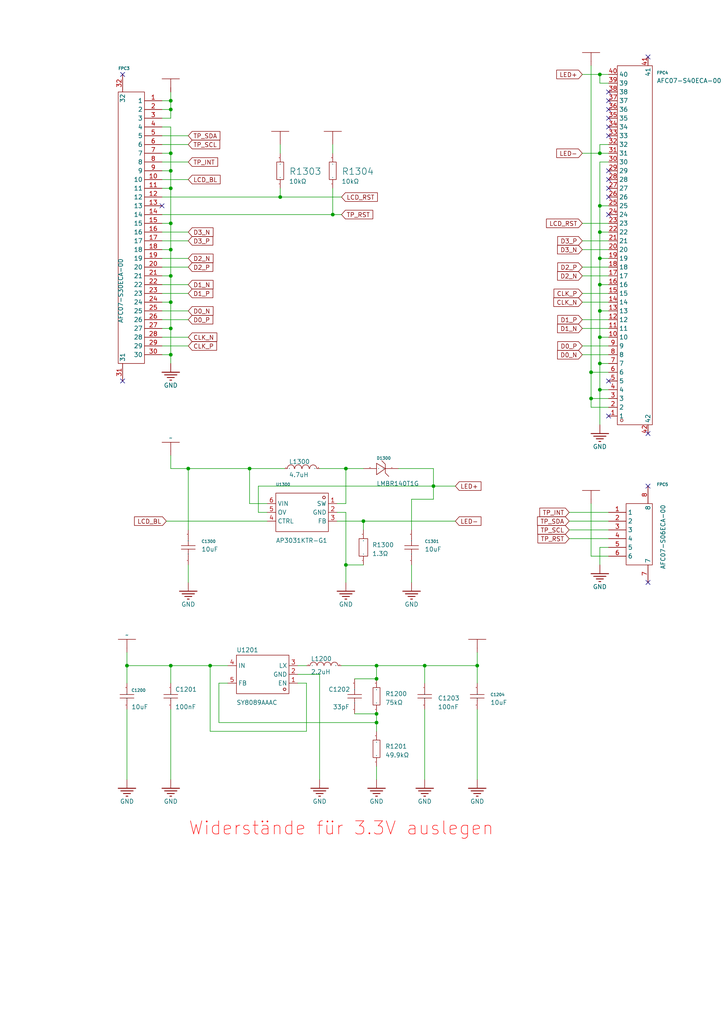
<source format=kicad_sch>
(kicad_sch (version 20250114) (generator "eeschema") (generator_version "9.0")
  (paper "A4" portrait)
  (lib_symbols
    (symbol "mipi_dsi_adapter:0402B104K250NT"
      (property "Reference" "C" (at 0 0 0))
      (symbol "0402B104K250NT_1_0"
        (polyline (pts (xy -1.27 0) (xy -0.508 0)))
        (polyline (pts (xy -0.508 2.032) (xy -0.508 -2.032)))
        (polyline (pts (xy 0.508 2.032) (xy 0.508 -2.032)))
        (polyline (pts (xy 0.508 0) (xy 1.27 0)))
        (pin input line (at -3.81 0 0) (length 2.54) (name "1") (number "1"))
        (pin input line (at 3.81 0 180) (length 2.54) (name "2") (number "2"))
      )
    )
    (symbol "mipi_dsi_adapter:0402WGF4992TCE"
      (property "Reference" "R" (at 0 0 0))
      (symbol "0402WGF4992TCE_1_0"
        (rectangle (start -2.54 -1.016) (end 2.54 1.016))
        (pin input line (at -5.08 0 0) (length 2.54) (name "1") (number "1"))
        (pin input line (at 5.08 0 180) (length 2.54) (name "2") (number "2"))
      )
    )
    (symbol "mipi_dsi_adapter:0402WGF7502TCE"
      (property "Reference" "R" (at 0 0 0))
      (symbol "0402WGF7502TCE_1_0"
        (rectangle (start -2.54 -1.016) (end 2.54 1.016))
        (pin input line (at -5.08 0 0) (length 2.54) (name "1") (number "1"))
        (pin input line (at 5.08 0 180) (length 2.54) (name "2") (number "2"))
      )
    )
    (symbol "mipi_dsi_adapter:0603CG330J500NT"
      (property "Reference" "C" (at 0 0 0))
      (symbol "0603CG330J500NT_1_0"
        (polyline (pts (xy -0.508 0) (xy -2.54 0)))
        (polyline (pts (xy -0.508 -2.032) (xy -0.508 2.032)))
        (polyline (pts (xy 0.508 2.032) (xy 0.508 -2.032)))
        (polyline (pts (xy 2.54 0) (xy 0.508 0)))
        (pin unspecified line (at -5.08 0 0) (length 2.54) (name "1") (number "1"))
        (pin unspecified line (at 5.08 0 180) (length 2.54) (name "2") (number "2"))
      )
    )
    (symbol "mipi_dsi_adapter:0603WAF1002T5E"
      (symbol "0603WAF1002T5E_1_0"
        (rectangle (start -2.54 -1.016) (end 2.54 1.016))
        (pin input line (at -5.08 0 0) (length 2.54) (name "1") (number "1"))
        (pin input line (at 5.08 0 180) (length 2.54) (name "2") (number "2"))
      )
    )
    (symbol "mipi_dsi_adapter:AFC07-S06ECA-00"
      (property "Reference" "FPC" (at 0 0 0))
      (symbol "AFC07-S06ECA-00_1_0"
        (rectangle (start -1.27 -8.89) (end 6.35 8.89))
        (pin input line (at -6.35 6.35 0) (length 5.08) (name "1") (number "1"))
        (pin input line (at -6.35 3.81 0) (length 5.08) (name "2") (number "2"))
        (pin input line (at -6.35 1.27 0) (length 5.08) (name "3") (number "3"))
        (pin input line (at -6.35 -1.27 0) (length 5.08) (name "4") (number "4"))
        (pin input line (at -6.35 -3.81 0) (length 5.08) (name "5") (number "5"))
        (pin input line (at -6.35 -6.35 0) (length 5.08) (name "6") (number "6"))
        (pin input line (at 5.08 13.97 270) (length 5.08) (name "8") (number "8"))
        (pin input line (at 5.08 -13.97 90) (length 5.08) (name "7") (number "7"))
      )
    )
    (symbol "mipi_dsi_adapter:AFC07-S30ECA-00"
      (property "Reference" "FPC" (at 0 0 0))
      (symbol "AFC07-S30ECA-00_1_0"
        (rectangle (start -1.27 -39.37) (end 6.35 39.37))
        (pin input line (at -6.35 36.83 0) (length 5.08) (name "1") (number "1"))
        (pin input line (at -6.35 34.29 0) (length 5.08) (name "2") (number "2"))
        (pin input line (at -6.35 31.75 0) (length 5.08) (name "3") (number "3"))
        (pin input line (at -6.35 29.21 0) (length 5.08) (name "4") (number "4"))
        (pin input line (at -6.35 26.67 0) (length 5.08) (name "5") (number "5"))
        (pin input line (at -6.35 24.13 0) (length 5.08) (name "6") (number "6"))
        (pin input line (at -6.35 21.59 0) (length 5.08) (name "7") (number "7"))
        (pin input line (at -6.35 19.05 0) (length 5.08) (name "8") (number "8"))
        (pin input line (at -6.35 16.51 0) (length 5.08) (name "9") (number "9"))
        (pin input line (at -6.35 13.97 0) (length 5.08) (name "10") (number "10"))
        (pin input line (at -6.35 11.43 0) (length 5.08) (name "11") (number "11"))
        (pin input line (at -6.35 8.89 0) (length 5.08) (name "12") (number "12"))
        (pin input line (at -6.35 6.35 0) (length 5.08) (name "13") (number "13"))
        (pin input line (at -6.35 3.81 0) (length 5.08) (name "14") (number "14"))
        (pin input line (at -6.35 1.27 0) (length 5.08) (name "15") (number "15"))
        (pin input line (at -6.35 -1.27 0) (length 5.08) (name "16") (number "16"))
        (pin input line (at -6.35 -3.81 0) (length 5.08) (name "17") (number "17"))
        (pin input line (at -6.35 -6.35 0) (length 5.08) (name "18") (number "18"))
        (pin input line (at -6.35 -8.89 0) (length 5.08) (name "19") (number "19"))
        (pin input line (at -6.35 -11.43 0) (length 5.08) (name "20") (number "20"))
        (pin input line (at -6.35 -13.97 0) (length 5.08) (name "21") (number "21"))
        (pin input line (at -6.35 -16.51 0) (length 5.08) (name "22") (number "22"))
        (pin input line (at -6.35 -19.05 0) (length 5.08) (name "23") (number "23"))
        (pin input line (at -6.35 -21.59 0) (length 5.08) (name "24") (number "24"))
        (pin input line (at -6.35 -24.13 0) (length 5.08) (name "25") (number "25"))
        (pin input line (at -6.35 -26.67 0) (length 5.08) (name "26") (number "26"))
        (pin input line (at -6.35 -29.21 0) (length 5.08) (name "27") (number "27"))
        (pin input line (at -6.35 -31.75 0) (length 5.08) (name "28") (number "28"))
        (pin input line (at -6.35 -34.29 0) (length 5.08) (name "29") (number "29"))
        (pin input line (at -6.35 -36.83 0) (length 5.08) (name "30") (number "30"))
        (pin input line (at 5.08 44.45 270) (length 5.08) (name "32") (number "32"))
        (pin input line (at 5.08 -44.45 90) (length 5.08) (name "31") (number "31"))
      )
    )
    (symbol "mipi_dsi_adapter:AFC07-S40ECA-00"
      (property "Reference" "FPC" (at 0 0 0))
      (symbol "AFC07-S40ECA-00_1_0"
        (rectangle (start -3.81 -52.07) (end 6.35 52.07))
        (circle (center -2.54 50.8) (radius 0.381))
        (pin input line (at -6.35 49.53 0) (length 2.54) (name "1") (number "1"))
        (pin input line (at -6.35 46.99 0) (length 2.54) (name "2") (number "2"))
        (pin input line (at -6.35 44.45 0) (length 2.54) (name "3") (number "3"))
        (pin input line (at -6.35 41.91 0) (length 2.54) (name "4") (number "4"))
        (pin input line (at -6.35 39.37 0) (length 2.54) (name "5") (number "5"))
        (pin input line (at -6.35 36.83 0) (length 2.54) (name "6") (number "6"))
        (pin input line (at -6.35 34.29 0) (length 2.54) (name "7") (number "7"))
        (pin input line (at -6.35 31.75 0) (length 2.54) (name "8") (number "8"))
        (pin input line (at -6.35 29.21 0) (length 2.54) (name "9") (number "9"))
        (pin input line (at -6.35 26.67 0) (length 2.54) (name "10") (number "10"))
        (pin input line (at -6.35 24.13 0) (length 2.54) (name "11") (number "11"))
        (pin input line (at -6.35 21.59 0) (length 2.54) (name "12") (number "12"))
        (pin input line (at -6.35 19.05 0) (length 2.54) (name "13") (number "13"))
        (pin input line (at -6.35 16.51 0) (length 2.54) (name "14") (number "14"))
        (pin input line (at -6.35 13.97 0) (length 2.54) (name "15") (number "15"))
        (pin input line (at -6.35 11.43 0) (length 2.54) (name "16") (number "16"))
        (pin input line (at -6.35 8.89 0) (length 2.54) (name "17") (number "17"))
        (pin input line (at -6.35 6.35 0) (length 2.54) (name "18") (number "18"))
        (pin input line (at -6.35 3.81 0) (length 2.54) (name "19") (number "19"))
        (pin input line (at -6.35 1.27 0) (length 2.54) (name "20") (number "20"))
        (pin input line (at -6.35 -1.27 0) (length 2.54) (name "21") (number "21"))
        (pin input line (at -6.35 -3.81 0) (length 2.54) (name "22") (number "22"))
        (pin input line (at -6.35 -6.35 0) (length 2.54) (name "23") (number "23"))
        (pin input line (at -6.35 -8.89 0) (length 2.54) (name "24") (number "24"))
        (pin input line (at -6.35 -11.43 0) (length 2.54) (name "25") (number "25"))
        (pin input line (at -6.35 -13.97 0) (length 2.54) (name "26") (number "26"))
        (pin input line (at -6.35 -16.51 0) (length 2.54) (name "27") (number "27"))
        (pin input line (at -6.35 -19.05 0) (length 2.54) (name "28") (number "28"))
        (pin input line (at -6.35 -21.59 0) (length 2.54) (name "29") (number "29"))
        (pin input line (at -6.35 -24.13 0) (length 2.54) (name "30") (number "30"))
        (pin input line (at -6.35 -26.67 0) (length 2.54) (name "31") (number "31"))
        (pin input line (at -6.35 -29.21 0) (length 2.54) (name "32") (number "32"))
        (pin input line (at -6.35 -31.75 0) (length 2.54) (name "33") (number "33"))
        (pin input line (at -6.35 -34.29 0) (length 2.54) (name "34") (number "34"))
        (pin input line (at -6.35 -36.83 0) (length 2.54) (name "35") (number "35"))
        (pin input line (at -6.35 -39.37 0) (length 2.54) (name "36") (number "36"))
        (pin input line (at -6.35 -41.91 0) (length 2.54) (name "37") (number "37"))
        (pin input line (at -6.35 -44.45 0) (length 2.54) (name "38") (number "38"))
        (pin input line (at -6.35 -46.99 0) (length 2.54) (name "39") (number "39"))
        (pin input line (at -6.35 -49.53 0) (length 2.54) (name "40") (number "40"))
        (pin input line (at 5.08 54.61 270) (length 2.54) (name "42") (number "42"))
        (pin input line (at 5.08 -54.61 90) (length 2.54) (name "41") (number "41"))
      )
    )
    (symbol "mipi_dsi_adapter:AP3031KTR-G1"
      (property "Reference" "U" (at 0 0 0))
      (symbol "AP3031KTR-G1_1_0"
        (rectangle (start -7.62 -5.588) (end 7.62 5.588))
        (circle (center -6.35 4.318) (radius 0.381))
        (circle (center -6.35 4.318) (radius 0.381))
        (pin input line (at -10.16 2.54 0) (length 2.54) (name "SW") (number "1"))
        (pin input line (at -10.16 0 0) (length 2.54) (name "GND") (number "2"))
        (pin input line (at -10.16 -2.54 0) (length 2.54) (name "FB") (number "3"))
        (pin input line (at 10.16 2.54 180) (length 2.54) (name "VIN") (number "6"))
        (pin input line (at 10.16 0 180) (length 2.54) (name "OV") (number "5"))
        (pin input line (at 10.16 -2.54 180) (length 2.54) (name "CTRL") (number "4"))
      )
    )
    (symbol "mipi_dsi_adapter:CL10A106MA8NRNC"
      (property "Reference" "C" (at 0 0 0))
      (symbol "CL10A106MA8NRNC_1_0"
        (polyline (pts (xy -0.508 0) (xy -2.54 0)))
        (polyline (pts (xy -0.508 -2.032) (xy -0.508 2.032)))
        (polyline (pts (xy 0.508 2.032) (xy 0.508 -2.032)))
        (polyline (pts (xy 2.54 0) (xy 0.508 0)))
        (pin input line (at -5.08 0 0) (length 2.54) (name "1") (number "1"))
        (pin input line (at 5.08 0 180) (length 2.54) (name "2") (number "2"))
      )
    )
    (symbol "mipi_dsi_adapter:CL31A106KBHNNNE"
      (property "Reference" "C" (at 0 0 0))
      (symbol "CL31A106KBHNNNE_1_0"
        (polyline (pts (xy -1.27 0) (xy -0.508 0)))
        (polyline (pts (xy -0.508 2.032) (xy -0.508 -2.032)))
        (polyline (pts (xy 0.508 2.032) (xy 0.508 -2.032)))
        (polyline (pts (xy 0.508 0) (xy 1.27 0)))
        (pin input line (at -3.81 0 0) (length 2.54) (name "1") (number "1"))
        (pin input line (at 3.81 0 180) (length 2.54) (name "2") (number "2"))
      )
    )
    (symbol "mipi_dsi_adapter:FRC0603J1R3TS"
      (property "Reference" "R" (at 0 0 0))
      (symbol "FRC0603J1R3TS_1_0"
        (rectangle (start -2.54 -1.27) (end 2.54 1.27))
        (pin unspecified line (at -5.08 0 0) (length 2.54) (name "1") (number "1"))
        (pin unspecified line (at 5.08 0 180) (length 2.54) (name "2") (number "2"))
      )
    )
    (symbol "mipi_dsi_adapter:FTC252012S2R2MBCA"
      (property "Reference" "L" (at 0 0 0))
      (symbol "FTC252012S2R2MBCA_1_0"
        (arc (start -4.064 0) (mid -3.0226 1.016) (end -2.032 0))
        (arc (start -2.032 0) (mid -0.9906 1.016) (end 0 0))
        (arc (start 0 0) (mid 1.016 1.016) (end 2.032 0))
        (arc (start 2.032 0) (mid 3.048 1.016) (end 4.064 0))
        (pin unspecified line (at -5.08 0 0) (length 1.016) (name "1") (number "1"))
        (pin unspecified line (at 5.08 0 180) (length 1.016) (name "2") (number "2"))
      )
    )
    (symbol "mipi_dsi_adapter:Ground-GND" (power) (pin_numbers (hide yes)) (pin_names (hide yes))
      (property "Value" "GND" (at 0 -6.35 0))
      (symbol "Ground-GND_1_0"
        (polyline (pts (xy -2.54 -2.54) (xy 2.54 -2.54)) (stroke (width 0.254)))
        (polyline (pts (xy -1.778 -3.302) (xy 1.778 -3.302)) (stroke (width 0.254)))
        (polyline (pts (xy -1.016 -4.064) (xy 1.016 -4.064)) (stroke (width 0.254)))
        (polyline (pts (xy -0.254 -4.826) (xy 0.254 -4.826)) (stroke (width 0.254)))
        (pin power_in line (at 0 0 270) (length 2.54) (name "") (number "1"))
      )
    )
    (symbol "mipi_dsi_adapter:LMBR140T1G"
      (property "Reference" "D" (at 0 0 0))
      (symbol "LMBR140T1G_1_0"
        (polyline (pts (xy -2.286 2.286) (xy -1.27 1.27) (xy -1.27 1.27) (xy -1.27 -1.27) (xy -1.27 -1.27) (xy -0.254 -2.286)))
        (polyline (pts (xy 1.27 -1.524) (xy -1.27 0) (xy -1.27 0) (xy 1.27 1.778) (xy 1.27 1.778) (xy 1.27 -1.524)))
        (pin input line (at -5.08 0 0) (length 3.81) (name "C") (number "1"))
        (pin input line (at 5.08 0 180) (length 3.81) (name "A") (number "2"))
      )
    )
    (symbol "mipi_dsi_adapter:Power-5V" (power) (pin_numbers (hide yes)) (pin_names (hide yes))
      (symbol "Power-5V_1_0"
        (polyline (pts (xy -2.54 3.81) (xy 2.54 3.81)))
        (polyline (pts (xy 0 3.81) (xy 0 1.27)))
        (pin power_in line (at 0 0 90) (length 1.27) (name "") (number "1"))
      )
    )
    (symbol "mipi_dsi_adapter:Power-VCC" (power) (pin_numbers (hide yes)) (pin_names (hide yes))
      (property "Value" "VCC" (at 0 5.08 0))
      (symbol "Power-VCC_1_0"
        (polyline (pts (xy -2.54 3.81) (xy 2.54 3.81)))
        (polyline (pts (xy 0 3.81) (xy 0 1.27)))
        (pin power_in line (at 0 0 90) (length 1.27) (name "+5V") (number "1"))
      )
    )
    (symbol "mipi_dsi_adapter:SWPA3015S4R7MT"
      (property "Reference" "L" (at 0 0 0))
      (symbol "SWPA3015S4R7MT_1_0"
        (polyline (pts (xy -4.2672 0) (xy -4.2164 0.4318) (xy -4.2164 0.4318) (xy -4.0132 0.7874) (xy -4.0132 0.7874) (xy -3.6576 1.016) (xy -3.6576 1.016) (xy -3.2512 1.0922) (xy -3.2512 1.0922) (xy -2.8702 1.016) (xy -2.8702 1.016) (xy -2.5146 0.7874) (xy -2.5146 0.7874) (xy -2.3114 0.4064) (xy -2.3114 0.4064) (xy -2.2606 0)))
        (polyline (pts (xy -2.1082 0) (xy -2.0828 0.4318) (xy -2.0828 0.4318) (xy -1.8542 0.7874) (xy -1.8542 0.7874) (xy -1.524 1.016) (xy -1.524 1.016) (xy -1.1176 1.0922) (xy -1.1176 1.0922) (xy -0.7112 1.016) (xy -0.7112 1.016) (xy -0.3556 0.7874) (xy -0.3556 0.7874) (xy -0.1524 0.4318) (xy -0.1524 0.4318) (xy -0.1016 0)))
        (polyline (pts (xy 0 0) (xy 0.0508 0.4318) (xy 0.0508 0.4318) (xy 0.2794 0.7874) (xy 0.2794 0.7874) (xy 0.6096 1.016) (xy 0.6096 1.016) (xy 1.016 1.0922) (xy 1.016 1.0922) (xy 1.4224 1.016) (xy 1.4224 1.016) (xy 1.7526 0.7874) (xy 1.7526 0.7874) (xy 1.9812 0.4318) (xy 1.9812 0.4318) (xy 2.032 0)))
        (polyline (pts (xy 2.2098 0) (xy 2.2606 0.4064) (xy 2.2606 0.4064) (xy 2.4638 0.762) (xy 2.4638 0.762) (xy 2.8194 0.9906) (xy 2.8194 0.9906) (xy 3.2004 1.0922) (xy 3.2004 1.0922) (xy 3.6068 0.9906) (xy 3.6068 0.9906) (xy 3.9624 0.762) (xy 3.9624 0.762) (xy 4.1656 0.4064) (xy 4.1656 0.4064) (xy 4.2164 0)))
        (pin unspecified line (at -5.08 0 0) (length 0.762) (name "1") (number "1"))
        (pin unspecified line (at 5.08 0 180) (length 0.762) (name "2") (number "2"))
      )
    )
    (symbol "mipi_dsi_adapter:SY8089AAAC"
      (property "Reference" "U" (at 0 0 0))
      (symbol "SY8089AAAC_1_0"
        (rectangle (start -7.62 -5.588) (end 7.62 5.588))
        (circle (center -6.35 4.318) (radius 0.381))
        (circle (center -6.35 4.318) (radius 0.381))
        (pin unspecified line (at -10.16 2.54 0) (length 2.54) (name "EN") (number "1"))
        (pin unspecified line (at -10.16 0 0) (length 2.54) (name "GND") (number "2"))
        (pin unspecified line (at -10.16 -2.54 0) (length 2.54) (name "LX") (number "3"))
        (pin unspecified line (at 10.16 2.54 180) (length 2.54) (name "FB") (number "5"))
        (pin unspecified line (at 10.16 -2.54 180) (length 2.54) (name "IN") (number "4"))
      )
    )
  )
  (text "Widerstände für 3.3V auslegen" (at 54.61 242.57 0) (effects (font (size 3.81 3.81)) (justify left bottom)))
  (junction (at 173.99 90.17))
  (junction (at 49.53 102.87))
  (junction (at 123.19 193.04))
  (junction (at 96.52 62.23))
  (junction (at 49.53 54.61))
  (junction (at 173.99 44.45))
  (junction (at 49.53 193.04))
  (junction (at 173.99 105.41))
  (junction (at 173.99 74.93))
  (junction (at 173.99 113.03))
  (junction (at 125.73 140.97))
  (junction (at 171.45 107.95))
  (junction (at 100.33 135.89))
  (junction (at 54.61 135.89))
  (junction (at 81.28 57.15))
  (junction (at 49.53 80.01))
  (junction (at 138.43 193.04))
  (junction (at 109.22 196.85))
  (junction (at 49.53 72.39))
  (junction (at 173.99 21.59))
  (junction (at 109.22 209.55))
  (junction (at 49.53 87.63))
  (junction (at 72.39 135.89))
  (junction (at 49.53 49.53))
  (junction (at 109.22 193.04))
  (junction (at 60.96 193.04))
  (junction (at 49.53 95.25))
  (junction (at 173.99 59.69))
  (junction (at 49.53 64.77))
  (junction (at 105.41 151.13))
  (junction (at 173.99 82.55))
  (junction (at 100.33 163.83))
  (junction (at 171.45 115.57))
  (junction (at 173.99 67.31))
  (junction (at 173.99 97.79))
  (junction (at 49.53 29.21))
  (junction (at 49.53 44.45))
  (junction (at 36.83 193.04))
  (junction (at 109.22 207.01))
  (junction (at 49.53 31.75))
  (no_connect (at 176.53 110.49))
  (no_connect (at 176.53 62.23))
  (no_connect (at 176.53 31.75))
  (no_connect (at 187.96 125.73))
  (no_connect (at 46.99 59.69))
  (no_connect (at 176.53 54.61))
  (no_connect (at 176.53 52.07))
  (no_connect (at 35.56 21.59))
  (no_connect (at 176.53 57.15))
  (no_connect (at 176.53 29.21))
  (no_connect (at 35.56 110.49))
  (no_connect (at 187.96 140.97))
  (no_connect (at 176.53 36.83))
  (no_connect (at 176.53 49.53))
  (no_connect (at 176.53 120.65))
  (no_connect (at 176.53 39.37))
  (no_connect (at 187.96 16.51))
  (no_connect (at 187.96 168.91))
  (no_connect (at 176.53 26.67))
  (no_connect (at 176.53 34.29))
  (wire (pts (xy 36.83 193.04) (xy 49.53 193.04)))
  (wire (pts (xy 88.9 198.12) (xy 88.9 212.09)))
  (wire (pts (xy 176.53 69.85) (xy 168.91 69.85)))
  (wire (pts (xy 109.22 222.25) (xy 109.22 226.06)))
  (wire (pts (xy 165.1 151.13) (xy 176.53 151.13)))
  (wire (pts (xy 105.41 163.83) (xy 100.33 163.83)))
  (wire (pts (xy 46.99 62.23) (xy 96.52 62.23)))
  (wire (pts (xy 168.91 80.01) (xy 176.53 80.01)))
  (wire (pts (xy 176.53 92.71) (xy 168.91 92.71)))
  (wire (pts (xy 171.45 107.95) (xy 171.45 19.05)))
  (wire (pts (xy 119.38 153.67) (xy 119.38 144.78)))
  (wire (pts (xy 54.61 39.37) (xy 46.99 39.37)))
  (wire (pts (xy 49.53 105.41) (xy 49.53 102.87)))
  (wire (pts (xy 100.33 146.05) (xy 97.79 146.05)))
  (wire (pts (xy 115.57 135.89) (xy 125.73 135.89)))
  (wire (pts (xy 173.99 46.99) (xy 173.99 59.69)))
  (wire (pts (xy 138.43 193.04) (xy 138.43 198.12)))
  (wire (pts (xy 176.53 74.93) (xy 173.99 74.93)))
  (wire (pts (xy 49.53 72.39) (xy 49.53 64.77)))
  (wire (pts (xy 72.39 135.89) (xy 72.39 146.05)))
  (wire (pts (xy 173.99 59.69) (xy 173.99 67.31)))
  (wire (pts (xy 49.53 72.39) (xy 46.99 72.39)))
  (wire (pts (xy 100.33 135.89) (xy 105.41 135.89)))
  (wire (pts (xy 49.53 49.53) (xy 49.53 44.45)))
  (wire (pts (xy 109.22 196.85) (xy 109.22 193.04)))
  (wire (pts (xy 96.52 41.91) (xy 96.52 44.45)))
  (wire (pts (xy 176.53 67.31) (xy 173.99 67.31)))
  (wire (pts (xy 49.53 80.01) (xy 46.99 80.01)))
  (wire (pts (xy 168.91 21.59) (xy 173.99 21.59)))
  (wire (pts (xy 54.61 82.55) (xy 46.99 82.55)))
  (wire (pts (xy 176.53 118.11) (xy 171.45 118.11)))
  (wire (pts (xy 54.61 41.91) (xy 46.99 41.91)))
  (wire (pts (xy 173.99 21.59) (xy 173.99 24.13)))
  (wire (pts (xy 49.53 29.21) (xy 46.99 29.21)))
  (wire (pts (xy 46.99 67.31) (xy 54.61 67.31)))
  (wire (pts (xy 176.53 113.03) (xy 173.99 113.03)))
  (wire (pts (xy 109.22 209.55) (xy 109.22 212.09)))
  (wire (pts (xy 54.61 74.93) (xy 46.99 74.93)))
  (wire (pts (xy 123.19 226.06) (xy 123.19 205.74)))
  (wire (pts (xy 77.47 146.05) (xy 72.39 146.05)))
  (wire (pts (xy 105.41 151.13) (xy 132.08 151.13)))
  (wire (pts (xy 49.53 31.75) (xy 46.99 31.75)))
  (wire (pts (xy 92.71 135.89) (xy 100.33 135.89)))
  (wire (pts (xy 173.99 113.03) (xy 173.99 123.19)))
  (wire (pts (xy 176.53 115.57) (xy 171.45 115.57)))
  (wire (pts (xy 109.22 193.04) (xy 123.19 193.04)))
  (wire (pts (xy 86.36 193.04) (xy 88.9 193.04)))
  (wire (pts (xy 46.99 92.71) (xy 54.61 92.71)))
  (wire (pts (xy 100.33 148.59) (xy 100.33 163.83)))
  (wire (pts (xy 123.19 193.04) (xy 138.43 193.04)))
  (wire (pts (xy 97.79 151.13) (xy 105.41 151.13)))
  (wire (pts (xy 54.61 163.83) (xy 54.61 168.91)))
  (wire (pts (xy 49.53 49.53) (xy 46.99 49.53)))
  (wire (pts (xy 165.1 156.21) (xy 176.53 156.21)))
  (wire (pts (xy 173.99 82.55) (xy 173.99 90.17)))
  (wire (pts (xy 171.45 161.29) (xy 171.45 146.05)))
  (wire (pts (xy 176.53 21.59) (xy 173.99 21.59)))
  (wire (pts (xy 176.53 77.47) (xy 168.91 77.47)))
  (wire (pts (xy 176.53 105.41) (xy 173.99 105.41)))
  (wire (pts (xy 49.53 132.08) (xy 49.53 135.89)))
  (wire (pts (xy 100.33 135.89) (xy 100.33 146.05)))
  (wire (pts (xy 96.52 54.61) (xy 96.52 62.23)))
  (wire (pts (xy 49.53 193.04) (xy 60.96 193.04)))
  (wire (pts (xy 60.96 193.04) (xy 66.04 193.04)))
  (wire (pts (xy 92.71 195.58) (xy 92.71 226.06)))
  (wire (pts (xy 176.53 59.69) (xy 173.99 59.69)))
  (wire (pts (xy 173.99 105.41) (xy 173.99 113.03)))
  (wire (pts (xy 48.26 151.13) (xy 77.47 151.13)))
  (wire (pts (xy 168.91 100.33) (xy 176.53 100.33)))
  (wire (pts (xy 171.45 115.57) (xy 171.45 107.95)))
  (wire (pts (xy 46.99 85.09) (xy 54.61 85.09)))
  (wire (pts (xy 49.53 54.61) (xy 49.53 49.53)))
  (wire (pts (xy 138.43 205.74) (xy 138.43 226.06)))
  (wire (pts (xy 36.83 189.23) (xy 36.83 193.04)))
  (wire (pts (xy 49.53 102.87) (xy 49.53 95.25)))
  (wire (pts (xy 99.06 193.04) (xy 109.22 193.04)))
  (wire (pts (xy 168.91 87.63) (xy 176.53 87.63)))
  (wire (pts (xy 105.41 153.67) (xy 105.41 151.13)))
  (wire (pts (xy 173.99 24.13) (xy 176.53 24.13)))
  (wire (pts (xy 49.53 54.61) (xy 46.99 54.61)))
  (wire (pts (xy 173.99 74.93) (xy 173.99 82.55)))
  (wire (pts (xy 49.53 64.77) (xy 46.99 64.77)))
  (wire (pts (xy 81.28 54.61) (xy 81.28 57.15)))
  (wire (pts (xy 176.53 85.09) (xy 168.91 85.09)))
  (wire (pts (xy 97.79 148.59) (xy 100.33 148.59)))
  (wire (pts (xy 176.53 161.29) (xy 171.45 161.29)))
  (wire (pts (xy 49.53 95.25) (xy 49.53 87.63)))
  (wire (pts (xy 88.9 198.12) (xy 86.36 198.12)))
  (wire (pts (xy 49.53 26.67) (xy 49.53 29.21)))
  (wire (pts (xy 74.93 140.97) (xy 125.73 140.97)))
  (wire (pts (xy 173.99 97.79) (xy 173.99 105.41)))
  (wire (pts (xy 49.53 95.25) (xy 46.99 95.25)))
  (wire (pts (xy 109.22 207.01) (xy 109.22 209.55)))
  (wire (pts (xy 49.53 44.45) (xy 46.99 44.45)))
  (wire (pts (xy 46.99 52.07) (xy 54.61 52.07)))
  (wire (pts (xy 176.53 82.55) (xy 173.99 82.55)))
  (wire (pts (xy 173.99 67.31) (xy 173.99 74.93)))
  (wire (pts (xy 102.87 207.01) (xy 109.22 207.01)))
  (wire (pts (xy 165.1 153.67) (xy 176.53 153.67)))
  (wire (pts (xy 60.96 193.04) (xy 60.96 212.09)))
  (wire (pts (xy 81.28 41.91) (xy 81.28 44.45)))
  (wire (pts (xy 165.1 148.59) (xy 176.53 148.59)))
  (wire (pts (xy 49.53 29.21) (xy 49.53 31.75)))
  (wire (pts (xy 66.04 198.12) (xy 63.5 198.12)))
  (wire (pts (xy 63.5 198.12) (xy 63.5 209.55)))
  (wire (pts (xy 168.91 102.87) (xy 176.53 102.87)))
  (wire (pts (xy 36.83 226.06) (xy 36.83 205.74)))
  (wire (pts (xy 49.53 31.75) (xy 49.53 34.29)))
  (wire (pts (xy 49.53 36.83) (xy 46.99 36.83)))
  (wire (pts (xy 176.53 44.45) (xy 173.99 44.45)))
  (wire (pts (xy 49.53 44.45) (xy 49.53 36.83)))
  (wire (pts (xy 99.06 62.23) (xy 96.52 62.23)))
  (wire (pts (xy 49.53 193.04) (xy 49.53 198.12)))
  (wire (pts (xy 46.99 77.47) (xy 54.61 77.47)))
  (wire (pts (xy 176.53 46.99) (xy 173.99 46.99)))
  (wire (pts (xy 74.93 148.59) (xy 77.47 148.59)))
  (wire (pts (xy 46.99 100.33) (xy 54.61 100.33)))
  (wire (pts (xy 119.38 163.83) (xy 119.38 168.91)))
  (wire (pts (xy 100.33 163.83) (xy 100.33 168.91)))
  (wire (pts (xy 36.83 193.04) (xy 36.83 198.12)))
  (wire (pts (xy 49.53 87.63) (xy 46.99 87.63)))
  (wire (pts (xy 49.53 34.29) (xy 46.99 34.29)))
  (wire (pts (xy 49.53 226.06) (xy 49.53 205.74)))
  (wire (pts (xy 49.53 80.01) (xy 49.53 72.39)))
  (wire (pts (xy 173.99 90.17) (xy 173.99 97.79)))
  (wire (pts (xy 102.87 196.85) (xy 109.22 196.85)))
  (wire (pts (xy 176.53 107.95) (xy 171.45 107.95)))
  (wire (pts (xy 173.99 44.45) (xy 173.99 41.91)))
  (wire (pts (xy 72.39 135.89) (xy 82.55 135.89)))
  (wire (pts (xy 46.99 57.15) (xy 81.28 57.15)))
  (wire (pts (xy 72.39 135.89) (xy 54.61 135.89)))
  (wire (pts (xy 74.93 148.59) (xy 74.93 140.97)))
  (wire (pts (xy 99.06 57.15) (xy 81.28 57.15)))
  (wire (pts (xy 119.38 144.78) (xy 125.73 144.78)))
  (wire (pts (xy 138.43 189.23) (xy 138.43 193.04)))
  (wire (pts (xy 54.61 135.89) (xy 49.53 135.89)))
  (wire (pts (xy 63.5 209.55) (xy 109.22 209.55)))
  (wire (pts (xy 125.73 140.97) (xy 132.08 140.97)))
  (wire (pts (xy 54.61 69.85) (xy 46.99 69.85)))
  (wire (pts (xy 49.53 102.87) (xy 46.99 102.87)))
  (wire (pts (xy 49.53 87.63) (xy 49.53 80.01)))
  (wire (pts (xy 123.19 198.12) (xy 123.19 193.04)))
  (wire (pts (xy 176.53 90.17) (xy 173.99 90.17)))
  (wire (pts (xy 168.91 72.39) (xy 176.53 72.39)))
  (wire (pts (xy 54.61 97.79) (xy 46.99 97.79)))
  (wire (pts (xy 125.73 144.78) (xy 125.73 140.97)))
  (wire (pts (xy 49.53 64.77) (xy 49.53 54.61)))
  (wire (pts (xy 54.61 90.17) (xy 46.99 90.17)))
  (wire (pts (xy 125.73 140.97) (xy 125.73 135.89)))
  (wire (pts (xy 54.61 135.89) (xy 54.61 153.67)))
  (wire (pts (xy 92.71 195.58) (xy 86.36 195.58)))
  (wire (pts (xy 171.45 118.11) (xy 171.45 115.57)))
  (wire (pts (xy 168.91 64.77) (xy 176.53 64.77)))
  (wire (pts (xy 176.53 97.79) (xy 173.99 97.79)))
  (wire (pts (xy 168.91 44.45) (xy 173.99 44.45)))
  (wire (pts (xy 173.99 158.75) (xy 173.99 163.83)))
  (wire (pts (xy 60.96 212.09) (xy 88.9 212.09)))
  (wire (pts (xy 176.53 158.75) (xy 173.99 158.75)))
  (wire (pts (xy 46.99 46.99) (xy 54.61 46.99)))
  (wire (pts (xy 168.91 95.25) (xy 176.53 95.25)))
  (wire (pts (xy 173.99 41.91) (xy 176.53 41.91)))
  (global_label "LCD_BL" (shape input) (at 54.61 52.07 0) (property "Intersheetrefs" "${INTERSHEET_REFS}" (effects (hide yes))))
  (global_label "D2_N" (shape input) (at 168.91 80.01 180) (property "Intersheetrefs" "${INTERSHEET_REFS}" (effects (hide yes))))
  (global_label "D3_P" (shape input) (at 54.61 69.85 0) (property "Intersheetrefs" "${INTERSHEET_REFS}" (effects (hide yes))))
  (global_label "CLK_P" (shape input) (at 168.91 85.09 180) (property "Intersheetrefs" "${INTERSHEET_REFS}" (effects (hide yes))))
  (global_label "D3_N" (shape input) (at 54.61 67.31 0) (property "Intersheetrefs" "${INTERSHEET_REFS}" (effects (hide yes))))
  (global_label "D2_N" (shape input) (at 54.61 74.93 0) (property "Intersheetrefs" "${INTERSHEET_REFS}" (effects (hide yes))))
  (global_label "D0_N" (shape input) (at 168.91 102.87 180) (property "Intersheetrefs" "${INTERSHEET_REFS}" (effects (hide yes))))
  (global_label "CLK_N" (shape input) (at 168.91 87.63 180) (property "Intersheetrefs" "${INTERSHEET_REFS}" (effects (hide yes))))
  (global_label "D2_P" (shape input) (at 54.61 77.47 0) (property "Intersheetrefs" "${INTERSHEET_REFS}" (effects (hide yes))))
  (global_label "D1_N" (shape input) (at 168.91 95.25 180) (property "Intersheetrefs" "${INTERSHEET_REFS}" (effects (hide yes))))
  (global_label "D1_P" (shape input) (at 54.61 85.09 0) (property "Intersheetrefs" "${INTERSHEET_REFS}" (effects (hide yes))))
  (global_label "D3_P" (shape input) (at 168.91 69.85 180) (property "Intersheetrefs" "${INTERSHEET_REFS}" (effects (hide yes))))
  (global_label "D2_P" (shape input) (at 168.91 77.47 180) (property "Intersheetrefs" "${INTERSHEET_REFS}" (effects (hide yes))))
  (global_label "D1_P" (shape input) (at 168.91 92.71 180) (property "Intersheetrefs" "${INTERSHEET_REFS}" (effects (hide yes))))
  (global_label "TP_INT" (shape input) (at 165.1 148.59 180) (property "Intersheetrefs" "${INTERSHEET_REFS}" (effects (hide yes))))
  (global_label "TP_SCL" (shape input) (at 165.1 153.67 180) (property "Intersheetrefs" "${INTERSHEET_REFS}" (effects (hide yes))))
  (global_label "LCD_RST" (shape input) (at 168.91 64.77 180) (property "Intersheetrefs" "${INTERSHEET_REFS}" (effects (hide yes))))
  (global_label "TP_RST" (shape input) (at 99.06 62.23 0) (property "Intersheetrefs" "${INTERSHEET_REFS}" (effects (hide yes))))
  (global_label "TP_SDA" (shape input) (at 165.1 151.13 180) (property "Intersheetrefs" "${INTERSHEET_REFS}" (effects (hide yes))))
  (global_label "D0_N" (shape input) (at 54.61 90.17 0) (property "Intersheetrefs" "${INTERSHEET_REFS}" (effects (hide yes))))
  (global_label "CLK_P" (shape input) (at 54.61 100.33 0) (property "Intersheetrefs" "${INTERSHEET_REFS}" (effects (hide yes))))
  (global_label "TP_SDA" (shape input) (at 54.61 39.37 0) (property "Intersheetrefs" "${INTERSHEET_REFS}" (effects (hide yes))))
  (global_label "LED+" (shape input) (at 168.91 21.59 180) (property "Intersheetrefs" "${INTERSHEET_REFS}" (effects (hide yes))))
  (global_label "TP_INT" (shape input) (at 54.61 46.99 0) (property "Intersheetrefs" "${INTERSHEET_REFS}" (effects (hide yes))))
  (global_label "D0_P" (shape input) (at 54.61 92.71 0) (property "Intersheetrefs" "${INTERSHEET_REFS}" (effects (hide yes))))
  (global_label "TP_SCL" (shape input) (at 54.61 41.91 0) (property "Intersheetrefs" "${INTERSHEET_REFS}" (effects (hide yes))))
  (global_label "D0_P" (shape input) (at 168.91 100.33 180) (property "Intersheetrefs" "${INTERSHEET_REFS}" (effects (hide yes))))
  (global_label "CLK_N" (shape input) (at 54.61 97.79 0) (property "Intersheetrefs" "${INTERSHEET_REFS}" (effects (hide yes))))
  (global_label "LCD_RST" (shape input) (at 99.06 57.15 0) (property "Intersheetrefs" "${INTERSHEET_REFS}" (effects (hide yes))))
  (global_label "LED+" (shape input) (at 132.08 140.97 0) (property "Intersheetrefs" "${INTERSHEET_REFS}" (effects (hide yes))))
  (global_label "D3_N" (shape input) (at 168.91 72.39 180) (property "Intersheetrefs" "${INTERSHEET_REFS}" (effects (hide yes))))
  (global_label "LED-" (shape input) (at 168.91 44.45 180) (property "Intersheetrefs" "${INTERSHEET_REFS}" (effects (hide yes))))
  (global_label "LED-" (shape input) (at 132.08 151.13 0) (property "Intersheetrefs" "${INTERSHEET_REFS}" (effects (hide yes))))
  (global_label "TP_RST" (shape input) (at 165.1 156.21 180) (property "Intersheetrefs" "${INTERSHEET_REFS}" (effects (hide yes))))
  (global_label "D1_N" (shape input) (at 54.61 82.55 0) (property "Intersheetrefs" "${INTERSHEET_REFS}" (effects (hide yes))))
  (global_label "LCD_BL" (shape input) (at 48.26 151.13 180) (property "Intersheetrefs" "${INTERSHEET_REFS}" (effects (hide yes))))
  (symbol (lib_id "mipi_dsi_adapter:Ground-GND") (at 109.22 226.06 0) (unit 1)
    (property "Reference" "#PWR?" (effects (hide yes)))
    (property "Value" "GND" (at 109.22 232.41 0))
    (property "Footprint" "mipi_dsi_adapter:" (effects (hide yes)))
  )
  (symbol (lib_id "mipi_dsi_adapter:Ground-GND") (at 138.43 226.06 0) (unit 1)
    (property "Reference" "#PWR?" (effects (hide yes)))
    (property "Value" "GND" (at 138.43 232.41 0))
    (property "Footprint" "mipi_dsi_adapter:" (effects (hide yes)))
  )
  (symbol (lib_id "mipi_dsi_adapter:Ground-GND") (at 36.83 226.06 0) (unit 1)
    (property "Reference" "#PWR?" (effects (hide yes)))
    (property "Value" "GND" (at 36.83 232.41 0))
    (property "Footprint" "mipi_dsi_adapter:" (effects (hide yes)))
  )
  (symbol (lib_id "mipi_dsi_adapter:Ground-GND") (at 54.61 168.91 0) (unit 1)
    (property "Reference" "#PWR?" (effects (hide yes)))
    (property "Value" "GND" (at 54.61 175.26 0))
    (property "Footprint" "mipi_dsi_adapter:" (effects (hide yes)))
  )
  (symbol (lib_id "mipi_dsi_adapter:Power-VCC") (at 171.45 19.05 0) (unit 1)
    (property "Reference" "#PWR?" (effects (hide yes)))
    (property "Value" "+3.3V" (effects (hide yes)))
    (property "Footprint" "mipi_dsi_adapter:" (effects (hide yes)))
  )
  (symbol (lib_id "mipi_dsi_adapter:Ground-GND") (at 173.99 163.83 0) (unit 1)
    (property "Reference" "#PWR?" (effects (hide yes)))
    (property "Value" "GND" (at 173.99 170.18 0))
    (property "Footprint" "mipi_dsi_adapter:" (effects (hide yes)))
  )
  (symbol (lib_id "mipi_dsi_adapter:FTC252012S2R2MBCA") (at 93.98 193.04 0) (unit 1)
    (property "Reference" "L1200" (at 90.17 191.77 0) (effects (justify left bottom)))
    (property "Value" "2.2uH" (at 90.17 195.58 0) (effects (justify left bottom)))
    (property "Footprint" "mipi_dsi_adapter:IND-SMD_L2.5-W2.0_MHCHL2520" (effects (hide yes)))
    (property "Datasheet" "https://atta.szlcsc.com/upload/public/pdf/source/20230602/8FFEDA9C0247A92A0D4B67554BFE4091.pdf" (effects (hide yes)))
    (property "Description" "Inductance: Tolerance:±20% Tolerance:±20% Rated Current:3A Saturation Current (Isat):3.8A DC Resistance (DCR): Type:一体成型电感" (effects (hide yes)))
    (property "Manufacturer Part" "FTC252012S2R2MBCA" (effects (hide yes)))
    (property "Manufacturer" "cjiang(长江微电)" (effects (hide yes)))
    (property "Supplier Part" "C5832372" (effects (hide yes)))
    (property "Supplier" "LCSC" (effects (hide yes)))
    (property "LCSC Part Name" "2.2uH ±20% 3.8A" (effects (hide yes)))
  )
  (symbol (lib_id "mipi_dsi_adapter:Ground-GND") (at 173.99 123.19 0) (unit 1)
    (property "Reference" "#PWR?" (effects (hide yes)))
    (property "Value" "GND" (at 173.99 129.54 0))
    (property "Footprint" "mipi_dsi_adapter:" (effects (hide yes)))
  )
  (symbol (lib_id "mipi_dsi_adapter:Ground-GND") (at 49.53 226.06 0) (unit 1)
    (property "Reference" "#PWR?" (effects (hide yes)))
    (property "Value" "GND" (at 49.53 232.41 0))
    (property "Footprint" "mipi_dsi_adapter:" (effects (hide yes)))
  )
  (symbol (lib_id "mipi_dsi_adapter:0402B104K250NT") (at 49.53 201.93 270) (unit 1)
    (property "Reference" "C1201" (at 50.8 200.66 90) (effects (justify left bottom)))
    (property "Value" "100nF" (at 50.8 205.74 90) (effects (justify left bottom)))
    (property "Footprint" "mipi_dsi_adapter:C0402" (effects (hide yes)))
    (property "Datasheet" "https://atta.szlcsc.com/upload/public/pdf/source/20200305/C486355_26A10D38EF8C2A5C37091D0039909270.pdf" (effects (hide yes)))
    (property "Description" "Capacitance:100nF Tolerance:±10% Tolerance:±10% Voltage Rated: Temperature Coefficient:" (effects (hide yes)))
    (property "Manufacturer Part" "0402B104K250NT" (effects (hide yes)))
    (property "Manufacturer" "FH(风华)" (effects (hide yes)))
    (property "Supplier Part" "C56392" (effects (hide yes)))
    (property "Supplier" "LCSC" (effects (hide yes)))
    (property "LCSC Part Name" "100nF ±10% 25V" (effects (hide yes)))
  )
  (symbol (lib_id "mipi_dsi_adapter:0603WAF1002T5E") (at 81.28 49.53 90) (unit 1)
    (property "Reference" "R1303" (at 83.82 50.8 90) (effects (font (size 1.905 1.905)) (justify right top)))
    (property "Value" "10kΩ" (at 83.82 53.34 90) (effects (justify right top)))
    (property "Footprint" "mipi_dsi_adapter:R0603" (effects (hide yes)))
    (property "Datasheet" "https://atta.szlcsc.com/upload/public/pdf/source/20200306/C422600_1E6D84923E4A46A82E41ADD87F860B5C.pdf" (effects (hide yes)))
    (property "Description" "Type:Thick Film Resistors Resistance:10kΩ Tolerance:±1% Tolerance:±1% Power(Watts): Overload Voltage (Max): Temperature Coefficient:±100ppm/°C Temperature Coefficient:±100ppm/°C Operating Temperature Range:-55°C~+155°C Operating Temperature Range:-55°C~+155°C" (effects (hide yes)))
    (property "Manufacturer Part" "0603WAF1002T5E" (effects (hide yes)))
    (property "Manufacturer" "UNI-ROYAL(厚声)" (effects (hide yes)))
    (property "Supplier Part" "C25804" (effects (hide yes)))
    (property "Supplier" "LCSC" (effects (hide yes)))
    (property "LCSC Part Name" "厚膜电阻 10kΩ ±1% 100mW" (effects (hide yes)))
  )
  (symbol (lib_id "mipi_dsi_adapter:AFC07-S30ECA-00") (at 40.64 66.04 0) (mirror y) (unit 1)
    (property "Reference" "FPC3" (at 34.29 20.32 0) (effects (font (size 0.8382 0.8382)) (justify right bottom)))
    (property "Value" "AFC07-S30ECA-00" (at 34.29 74.93 90) (effects (justify right bottom)))
    (property "Footprint" "mipi_dsi_adapter:FPC-SMD_P0.50-30P_LCS-SJ-H2.0" (effects (hide yes)))
    (property "Datasheet" "https://atta.szlcsc.com/upload/public/pdf/source/20190726/C11082_A2E7B12387019CE4314BB5199EE0FDF4.pdf" (effects (hide yes)))
    (property "Description" "Locking Feature:抽屉式 Contact Type:Contact,Top Number of Contacts:30P Pitch:0.5mm Mounting Type:卧贴 FFC, FCB Thickness:0.3mm FFC, FCB Thickness:0.3mm Height Above Board:2mm" (effects (hide yes)))
    (property "Manufacturer Part" "AFC07-S30ECA-00" (effects (hide yes)))
    (property "Manufacturer" "JS(钜硕电子)" (effects (hide yes)))
    (property "Supplier Part" "C262645" (effects (hide yes)))
    (property "Supplier" "LCSC" (effects (hide yes)))
    (property "LCSC Part Name" "间距:0.5mm P数:30P 抽屉式 上接" (effects (hide yes)))
  )
  (symbol (lib_id "mipi_dsi_adapter:Power-VCC") (at 171.45 146.05 0) (unit 1)
    (property "Reference" "#PWR?" (effects (hide yes)))
    (property "Value" "+3.3V" (effects (hide yes)))
    (property "Footprint" "mipi_dsi_adapter:" (effects (hide yes)))
  )
  (symbol (lib_id "mipi_dsi_adapter:SWPA3015S4R7MT") (at 87.63 135.89 0) (unit 1)
    (property "Reference" "L1300" (at 83.82 134.62 0) (effects (justify left bottom)))
    (property "Value" "4.7uH" (at 83.82 138.43 0) (effects (justify left bottom)))
    (property "Footprint" "mipi_dsi_adapter:IND-SMD_L3.0-W3.0_FNR30XXS" (effects (hide yes)))
    (property "Datasheet" "https://atta.szlcsc.com/upload/public/pdf/source/20231024/317626D2AA2F8AB4113C1875E432E6E1.pdf" (effects (hide yes)))
    (property "Description" "Inductance: Tolerance:±20% Tolerance:±20% Rated Current: Saturation Current (Isat):1.4A DC Resistance (DCR): Type:- Ratings:-" (effects (hide yes)))
    (property "Manufacturer Part" "SWPA3015S4R7MT" (effects (hide yes)))
    (property "Manufacturer" "Sunlord(顺络)" (effects (hide yes)))
    (property "Supplier Part" "C19398" (effects (hide yes)))
    (property "Supplier" "LCSC" (effects (hide yes)))
    (property "LCSC Part Name" "4.7uH ±20% 1.4A" (effects (hide yes)))
  )
  (symbol (lib_id "mipi_dsi_adapter:FRC0603J1R3TS") (at 105.41 158.75 90) (unit 1)
    (property "Reference" "R1300" (at 107.95 158.75 90) (effects (justify right top)))
    (property "Value" "1.3Ω" (at 107.95 161.29 90) (effects (justify right top)))
    (property "Footprint" "mipi_dsi_adapter:R0603" (effects (hide yes)))
    (property "Datasheet" "https://atta.szlcsc.com/upload/public/pdf/source/20211221/925EC7D7225764EE0046F22065062C87.pdf" (effects (hide yes)))
    (property "Description" "Type:Thick Film Resistors Resistance: Tolerance:±5% Tolerance:±5% Power(Watts): Overload Voltage (Max): Temperature Coefficient:±200ppm/°C Temperature Coefficient:±200ppm/°C Operating Temperature Range:-55°C~+155°C Operating Temperature Range:-55°C~+155°C" (effects (hide yes)))
    (property "Manufacturer Part" "FRC0603J1R3TS" (effects (hide yes)))
    (property "Manufacturer" "FOJAN(富捷)" (effects (hide yes)))
    (property "Supplier Part" "C2930023" (effects (hide yes)))
    (property "Supplier" "LCSC" (effects (hide yes)))
    (property "LCSC Part Name" "1.3Ω ±5% 100mW 厚膜电阻" (effects (hide yes)))
  )
  (symbol (lib_id "mipi_dsi_adapter:Power-5V") (at 49.53 132.08 0) (unit 1)
    (property "Reference" "#PWR?" (effects (hide yes)))
    (property "Footprint" "mipi_dsi_adapter:" (effects (hide yes)))
    (property "Description" "Power-5V" (effects (hide yes)))
  )
  (symbol (lib_id "mipi_dsi_adapter:SY8089AAAC") (at 76.2 195.58 180) (unit 1)
    (property "Reference" "U1201" (at 68.58 189.23 0) (effects (justify right top)))
    (property "Value" "SY8089AAAC" (at 68.58 204.47 0) (effects (justify right top)))
    (property "Footprint" "mipi_dsi_adapter:SOT-23-5_L3.0-W1.7-P0.95-LS2.8-BR" (effects (hide yes)))
    (property "Datasheet" "https://atta.szlcsc.com/upload/public/pdf/source/20210826/394049C81A2AF57A190C26FDBC282657.pdf" (effects (hide yes)))
    (property "Description" "Function:Step-down type Input Voltage:- Input Voltage:- Output Current (Max):- Switching Frequency:- Synchronous Rectification:- Number of Outputs:- Topology:- Switch tube (built-in/external):内置" (effects (hide yes)))
    (property "Manufacturer Part" "SY8089AAAC" (effects (hide yes)))
    (property "Manufacturer" "silergy(矽力杰)" (effects (hide yes)))
    (property "Supplier Part" "C78988" (effects (hide yes)))
    (property "Supplier" "LCSC" (effects (hide yes)))
    (property "LCSC Part Name" "SY8089AAAC" (effects (hide yes)))
  )
  (symbol (lib_id "mipi_dsi_adapter:Ground-GND") (at 100.33 168.91 0) (unit 1)
    (property "Reference" "#PWR?" (effects (hide yes)))
    (property "Value" "GND" (at 100.33 175.26 0))
    (property "Footprint" "mipi_dsi_adapter:" (effects (hide yes)))
  )
  (symbol (lib_id "mipi_dsi_adapter:Power-VCC") (at 81.28 41.91 0) (unit 1)
    (property "Reference" "#PWR?" (effects (hide yes)))
    (property "Value" "+3.3V" (effects (hide yes)))
    (property "Footprint" "mipi_dsi_adapter:" (effects (hide yes)))
  )
  (symbol (lib_id "mipi_dsi_adapter:AP3031KTR-G1") (at 87.63 148.59 0) (mirror y) (unit 1)
    (property "Reference" "U1300" (at 80.01 140.97 0) (effects (font (size 0.8382 0.8382)) (justify right bottom)))
    (property "Value" "AP3031KTR-G1" (at 80.01 157.48 0) (effects (justify right bottom)))
    (property "Footprint" "mipi_dsi_adapter:SOT-23-6_L2.9-W1.6-P0.95-LS2.8-BR" (effects (hide yes)))
    (property "Datasheet" "https://atta.szlcsc.com/upload/public/pdf/source/20161024/1477288462960.pdf" (effects (hide yes)))
    (property "Description" "Type:DC-DCVoltage Stabilizer Input Voltage:2.7V~16V Input Voltage:2.7V~16V Switch Frequency:1MHz Switch Frequency:1MHz Channels:1 Output Current:1.4A Dimming:PWM Topology:boost converter Operating temperature:-40°C~+85°C Operating temperature:-40°C~+85°C" (effects (hide yes)))
    (property "Manufacturer Part" "AP3031KTR-G1" (effects (hide yes)))
    (property "Manufacturer" "DIODES(美台)" (effects (hide yes)))
    (property "Supplier Part" "C82636" (effects (hide yes)))
    (property "Supplier" "LCSC" (effects (hide yes)))
    (property "LCSC Part Name" "AP3031KTR-G1" (effects (hide yes)))
  )
  (symbol (lib_id "mipi_dsi_adapter:0402B104K250NT") (at 123.19 201.93 270) (unit 1)
    (property "Reference" "C1203" (at 127 203.2 90) (effects (justify left bottom)))
    (property "Value" "100nF" (at 127 205.74 90) (effects (justify left bottom)))
    (property "Footprint" "mipi_dsi_adapter:C0402" (effects (hide yes)))
    (property "Datasheet" "https://atta.szlcsc.com/upload/public/pdf/source/20200305/C486355_26A10D38EF8C2A5C37091D0039909270.pdf" (effects (hide yes)))
    (property "Description" "Capacitance:100nF Tolerance:±10% Tolerance:±10% Voltage Rated: Temperature Coefficient:" (effects (hide yes)))
    (property "Manufacturer Part" "0402B104K250NT" (effects (hide yes)))
    (property "Manufacturer" "FH(风华)" (effects (hide yes)))
    (property "Supplier Part" "C56392" (effects (hide yes)))
    (property "Supplier" "LCSC" (effects (hide yes)))
    (property "LCSC Part Name" "100nF ±10% 25V" (effects (hide yes)))
  )
  (symbol (lib_id "mipi_dsi_adapter:LMBR140T1G") (at 110.49 135.89 180) (unit 1)
    (property "Reference" "D1300" (at 109.22 133.35 0) (effects (font (size 0.8382 0.8382)) (justify right top)))
    (property "Value" "LMBR140T1G" (at 109.22 140.97 0) (effects (justify right top)))
    (property "Footprint" "mipi_dsi_adapter:SOD-123_L2.8-W1.8-LS3.7-RD" (effects (hide yes)))
    (property "Datasheet" "https://atta.szlcsc.com/upload/public/pdf/source/20160823/1471947537863.pdf" (effects (hide yes)))
    (property "Description" "Forward Voltage (Vf@If):560mV Reverse Voltage (Vr):40V Average Rectified Current (Io):1A Reverse Leakage Current (Ir):30uA" (effects (hide yes)))
    (property "Manufacturer Part" "LMBR140T1G" (effects (hide yes)))
    (property "Manufacturer" "LRC(乐山无线电)" (effects (hide yes)))
    (property "Supplier Part" "C81142" (effects (hide yes)))
    (property "Supplier" "LCSC" (effects (hide yes)))
    (property "LCSC Part Name" "电压:40V 电流:1A" (effects (hide yes)))
  )
  (symbol (lib_id "mipi_dsi_adapter:Ground-GND") (at 119.38 168.91 0) (unit 1)
    (property "Reference" "#PWR?" (effects (hide yes)))
    (property "Value" "GND" (at 119.38 175.26 0))
    (property "Footprint" "mipi_dsi_adapter:" (effects (hide yes)))
  )
  (symbol (lib_id "mipi_dsi_adapter:CL10A106MA8NRNC") (at 119.38 158.75 90) (unit 1)
    (property "Reference" "C1301" (at 123.19 157.48 90) (effects (font (size 0.8382 0.8382)) (justify right top)))
    (property "Value" "10uF" (at 123.19 160.02 90) (effects (justify right top)))
    (property "Footprint" "mipi_dsi_adapter:C0603" (effects (hide yes)))
    (property "Datasheet" "https://atta.szlcsc.com/upload/public/pdf/source/20160218/1457707763339.pdf" (effects (hide yes)))
    (property "Description" "Capacitance: Tolerance:±20% Tolerance:±20% Voltage Rated: Temperature Coefficient:" (effects (hide yes)))
    (property "Manufacturer Part" "CL10A106MA8NRNC" (effects (hide yes)))
    (property "Manufacturer" "SAMSUNG(三星)" (effects (hide yes)))
    (property "Supplier Part" "C96446" (effects (hide yes)))
    (property "Supplier" "LCSC" (effects (hide yes)))
    (property "LCSC Part Name" "10uF ±20% 25V" (effects (hide yes)))
  )
  (symbol (lib_id "mipi_dsi_adapter:Ground-GND") (at 123.19 226.06 0) (unit 1)
    (property "Reference" "#PWR?" (effects (hide yes)))
    (property "Value" "GND" (at 123.19 232.41 0))
    (property "Footprint" "mipi_dsi_adapter:" (effects (hide yes)))
  )
  (symbol (lib_id "mipi_dsi_adapter:Power-VCC") (at 49.53 26.67 0) (unit 1)
    (property "Reference" "#PWR?" (effects (hide yes)))
    (property "Value" "+5V" (effects (hide yes)))
    (property "Footprint" "mipi_dsi_adapter:" (effects (hide yes)))
  )
  (symbol (lib_id "mipi_dsi_adapter:Ground-GND") (at 49.53 105.41 0) (unit 1)
    (property "Reference" "#PWR?" (effects (hide yes)))
    (property "Value" "GND" (at 49.53 111.76 0))
    (property "Footprint" "mipi_dsi_adapter:" (effects (hide yes)))
  )
  (symbol (lib_id "mipi_dsi_adapter:Power-5V") (at 36.83 189.23 0) (unit 1)
    (property "Reference" "#PWR?" (effects (hide yes)))
    (property "Footprint" "mipi_dsi_adapter:" (effects (hide yes)))
    (property "Description" "Power-5V" (effects (hide yes)))
  )
  (symbol (lib_id "mipi_dsi_adapter:0402WGF4992TCE") (at 109.22 217.17 90) (unit 1)
    (property "Reference" "R1201" (at 111.76 217.17 90) (effects (justify right top)))
    (property "Value" "49.9kΩ" (at 111.76 219.71 90) (effects (justify right top)))
    (property "Footprint" "mipi_dsi_adapter:R0402" (effects (hide yes)))
    (property "Datasheet" "https://atta.szlcsc.com/upload/public/pdf/source/20200306/C422600_1E6D84923E4A46A82E41ADD87F860B5C.pdf" (effects (hide yes)))
    (property "Description" "Type:Thick Film Resistors Resistance:49.9kΩ Tolerance:±1% Tolerance:±1% Power(Watts): Overload Voltage (Max): Temperature Coefficient:±100ppm/°C Temperature Coefficient:±100ppm/°C Operating Temperature Range:-55°C~+155°C Operating Temperature Range:-55°C~+155°C" (effects (hide yes)))
    (property "Manufacturer Part" "0402WGF4992TCE" (effects (hide yes)))
    (property "Manufacturer" "UNI-ROYAL(厚声)" (effects (hide yes)))
    (property "Supplier Part" "C25897" (effects (hide yes)))
    (property "Supplier" "LCSC" (effects (hide yes)))
    (property "LCSC Part Name" "49.9kΩ ±1% 62.5mW 厚膜电阻" (effects (hide yes)))
  )
  (symbol (lib_id "mipi_dsi_adapter:0603WAF1002T5E") (at 96.52 49.53 90) (unit 1)
    (property "Reference" "R1304" (at 99.06 50.8 90) (effects (font (size 1.905 1.905)) (justify right top)))
    (property "Value" "10kΩ" (at 99.06 53.34 90) (effects (justify right top)))
    (property "Footprint" "mipi_dsi_adapter:R0603" (effects (hide yes)))
    (property "Datasheet" "https://atta.szlcsc.com/upload/public/pdf/source/20200306/C422600_1E6D84923E4A46A82E41ADD87F860B5C.pdf" (effects (hide yes)))
    (property "Description" "Type:Thick Film Resistors Resistance:10kΩ Tolerance:±1% Tolerance:±1% Power(Watts): Overload Voltage (Max): Temperature Coefficient:±100ppm/°C Temperature Coefficient:±100ppm/°C Operating Temperature Range:-55°C~+155°C Operating Temperature Range:-55°C~+155°C" (effects (hide yes)))
    (property "Manufacturer Part" "0603WAF1002T5E" (effects (hide yes)))
    (property "Manufacturer" "UNI-ROYAL(厚声)" (effects (hide yes)))
    (property "Supplier Part" "C25804" (effects (hide yes)))
    (property "Supplier" "LCSC" (effects (hide yes)))
    (property "LCSC Part Name" "厚膜电阻 10kΩ ±1% 100mW" (effects (hide yes)))
  )
  (symbol (lib_id "mipi_dsi_adapter:Ground-GND") (at 92.71 226.06 0) (unit 1)
    (property "Reference" "#PWR?" (effects (hide yes)))
    (property "Value" "GND" (at 92.71 232.41 0))
    (property "Footprint" "mipi_dsi_adapter:" (effects (hide yes)))
  )
  (symbol (lib_id "mipi_dsi_adapter:AFC07-S06ECA-00") (at 182.88 154.94 0) (unit 1)
    (property "Reference" "FPC5" (at 190.5 140.97 0) (effects (font (size 0.8382 0.8382)) (justify left bottom)))
    (property "Value" "AFC07-S06ECA-00" (at 193.04 165.1 90) (effects (justify left bottom)))
    (property "Footprint" "mipi_dsi_adapter:FPC-SMD_P0.50-6P_LCS-SJ-H2.0" (effects (hide yes)))
    (property "Datasheet" "https://atta.szlcsc.com/upload/public/pdf/source/20190726/C11082_A2E7B12387019CE4314BB5199EE0FDF4.pdf" (effects (hide yes)))
    (property "Description" "Locking Feature:抽屉式 Contact Type:Contact,Top Number of Contacts:6P Pitch:0.5mm Mounting Type:卧贴 FFC, FCB Thickness:0.3mm FFC, FCB Thickness:0.3mm Height Above Board:2mm" (effects (hide yes)))
    (property "Manufacturer Part" "AFC07-S06ECA-00" (effects (hide yes)))
    (property "Manufacturer" "JS(钜硕电子)" (effects (hide yes)))
    (property "Supplier Part" "C262579" (effects (hide yes)))
    (property "Supplier" "LCSC" (effects (hide yes)))
    (property "LCSC Part Name" "间距:0.5mm P数:6P 抽屉式 上接" (effects (hide yes)))
  )
  (symbol (lib_id "mipi_dsi_adapter:Power-VCC") (at 96.52 41.91 0) (unit 1)
    (property "Reference" "#PWR?" (effects (hide yes)))
    (property "Value" "+3.3V" (effects (hide yes)))
    (property "Footprint" "mipi_dsi_adapter:" (effects (hide yes)))
  )
  (symbol (lib_id "mipi_dsi_adapter:0603CG330J500NT") (at 102.87 201.93 90) (unit 1)
    (property "Reference" "C1202" (at 95.25 200.66 90) (effects (justify right top)))
    (property "Value" "33pF" (at 96.52 205.74 90) (effects (justify right top)))
    (property "Footprint" "mipi_dsi_adapter:C0603" (effects (hide yes)))
    (property "Datasheet" "https://atta.szlcsc.com/upload/public/pdf/source/20200305/C486355_26A10D38EF8C2A5C37091D0039909270.pdf" (effects (hide yes)))
    (property "Description" "Capacitance: Tolerance:±5% Tolerance:±5% Voltage Rated: Temperature Coefficient:" (effects (hide yes)))
    (property "Manufacturer Part" "0603CG330J500NT" (effects (hide yes)))
    (property "Manufacturer" "FH(风华)" (effects (hide yes)))
    (property "Supplier Part" "C91368" (effects (hide yes)))
    (property "Supplier" "LCSC" (effects (hide yes)))
    (property "LCSC Part Name" "33pF ±5% 50V" (effects (hide yes)))
  )
  (symbol (lib_id "mipi_dsi_adapter:CL10A106MA8NRNC") (at 54.61 158.75 90) (unit 1)
    (property "Reference" "C1300" (at 58.42 157.48 90) (effects (font (size 0.8382 0.8382)) (justify right top)))
    (property "Value" "10uF" (at 58.42 160.02 90) (effects (justify right top)))
    (property "Footprint" "mipi_dsi_adapter:C0603" (effects (hide yes)))
    (property "Datasheet" "https://atta.szlcsc.com/upload/public/pdf/source/20160218/1457707763339.pdf" (effects (hide yes)))
    (property "Description" "Capacitance: Tolerance:±20% Tolerance:±20% Voltage Rated: Temperature Coefficient:" (effects (hide yes)))
    (property "Manufacturer Part" "CL10A106MA8NRNC" (effects (hide yes)))
    (property "Manufacturer" "SAMSUNG(三星)" (effects (hide yes)))
    (property "Supplier Part" "C96446" (effects (hide yes)))
    (property "Supplier" "LCSC" (effects (hide yes)))
    (property "LCSC Part Name" "10uF ±20% 25V" (effects (hide yes)))
  )
  (symbol (lib_id "mipi_dsi_adapter:CL31A106KBHNNNE") (at 36.83 201.93 90) (unit 1)
    (property "Reference" "C1200" (at 38.1 200.66 90) (effects (font (size 0.8382 0.8382)) (justify right top)))
    (property "Value" "10uF" (at 38.1 205.74 90) (effects (justify right top)))
    (property "Footprint" "mipi_dsi_adapter:C1206" (effects (hide yes)))
    (property "Datasheet" "https://atta.szlcsc.com/upload/public/pdf/source/20160218/1457707763339.pdf" (effects (hide yes)))
    (property "Description" "Capacitance: Tolerance:±10% Tolerance:±10% Voltage Rated: Temperature Coefficient:" (effects (hide yes)))
    (property "Manufacturer Part" "CL31A106KBHNNNE" (effects (hide yes)))
    (property "Manufacturer" "SAMSUNG(三星)" (effects (hide yes)))
    (property "Supplier Part" "C13585" (effects (hide yes)))
    (property "Supplier" "LCSC" (effects (hide yes)))
    (property "LCSC Part Name" "10uF ±10% 50V" (effects (hide yes)))
  )
  (symbol (lib_id "mipi_dsi_adapter:Power-VCC") (at 138.43 189.23 0) (unit 1)
    (property "Reference" "#PWR?" (effects (hide yes)))
    (property "Value" "+3.3V" (effects (hide yes)))
    (property "Footprint" "mipi_dsi_adapter:" (effects (hide yes)))
  )
  (symbol (lib_id "mipi_dsi_adapter:AFC07-S40ECA-00") (at 182.88 71.12 0) (mirror x) (unit 1)
    (property "Reference" "FPC4" (at 190.5 21.59 0) (effects (font (size 0.8382 0.8382)) (justify left top)))
    (property "Value" "AFC07-S40ECA-00" (at 190.5 24.13 0) (effects (justify left top)))
    (property "Footprint" "mipi_dsi_adapter:FPC-SMD_P0.50-40P_LCS-SJ-H2.0" (effects (hide yes)))
    (property "Datasheet" "https://atta.szlcsc.com/upload/public/pdf/source/20190726/C11082_A2E7B12387019CE4314BB5199EE0FDF4.pdf" (effects (hide yes)))
    (property "Description" "Locking Feature:抽屉式 Contact Type:Contact,Top Number of Contacts:40P Pitch:0.5mm Mounting Type:卧贴 FFC, FCB Thickness:0.3mm FFC, FCB Thickness:0.3mm Height Above Board:2mm" (effects (hide yes)))
    (property "Manufacturer Part" "AFC07-S40ECA-00" (effects (hide yes)))
    (property "Manufacturer" "JS(钜硕电子)" (effects (hide yes)))
    (property "Supplier Part" "C262648" (effects (hide yes)))
    (property "Supplier" "LCSC" (effects (hide yes)))
    (property "LCSC Part Name" "间距:0.5mm P数:40P 抽屉式 上接" (effects (hide yes)))
  )
  (symbol (lib_id "mipi_dsi_adapter:CL31A106KBHNNNE") (at 138.43 201.93 90) (unit 1)
    (property "Reference" "C1204" (at 142.24 201.93 90) (effects (font (size 0.8382 0.8382)) (justify right top)))
    (property "Value" "10uF" (at 142.24 204.47 90) (effects (justify right top)))
    (property "Footprint" "mipi_dsi_adapter:C1206" (effects (hide yes)))
    (property "Datasheet" "https://atta.szlcsc.com/upload/public/pdf/source/20160218/1457707763339.pdf" (effects (hide yes)))
    (property "Description" "Capacitance: Tolerance:±10% Tolerance:±10% Voltage Rated: Temperature Coefficient:" (effects (hide yes)))
    (property "Manufacturer Part" "CL31A106KBHNNNE" (effects (hide yes)))
    (property "Manufacturer" "SAMSUNG(三星)" (effects (hide yes)))
    (property "Supplier Part" "C13585" (effects (hide yes)))
    (property "Supplier" "LCSC" (effects (hide yes)))
    (property "LCSC Part Name" "10uF ±10% 50V" (effects (hide yes)))
  )
  (symbol (lib_id "mipi_dsi_adapter:0402WGF7502TCE") (at 109.22 201.93 90) (unit 1)
    (property "Reference" "R1200" (at 111.76 201.93 90) (effects (justify right top)))
    (property "Value" "75kΩ" (at 111.76 204.47 90) (effects (justify right top)))
    (property "Footprint" "mipi_dsi_adapter:R0402" (effects (hide yes)))
    (property "Datasheet" "https://atta.szlcsc.com/upload/public/pdf/source/20200306/C422600_1E6D84923E4A46A82E41ADD87F860B5C.pdf" (effects (hide yes)))
    (property "Description" "Type:Thick Film Resistors Resistance:75kΩ Tolerance:±1% Tolerance:±1% Power(Watts): Overload Voltage (Max): Temperature Coefficient:±100ppm/°C Temperature Coefficient:±100ppm/°C Operating Temperature Range:-55°C~+155°C Operating Temperature Range:-55°C~+155°C" (effects (hide yes)))
    (property "Manufacturer Part" "0402WGF7502TCE" (effects (hide yes)))
    (property "Manufacturer" "UNI-ROYAL(厚声)" (effects (hide yes)))
    (property "Supplier Part" "C25798" (effects (hide yes)))
    (property "Supplier" "LCSC" (effects (hide yes)))
    (property "LCSC Part Name" "75kΩ ±1% 62.5mW 厚膜电阻" (effects (hide yes)))
  )
)
</source>
